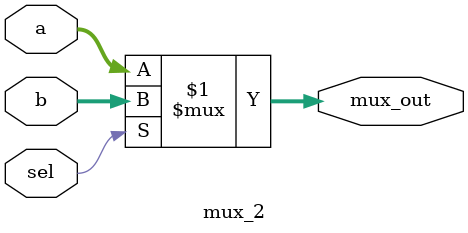
<source format=sv>
`timescale 1ns / 1ps


module mux_2 #(parameter MUX_2_WIDTH = 32)(
            input logic [MUX_2_WIDTH-1:0]a,b,
            input sel,
            output logic [MUX_2_WIDTH-1:0] mux_out
    );
    
    assign mux_out = sel?b:a;
    
endmodule

</source>
